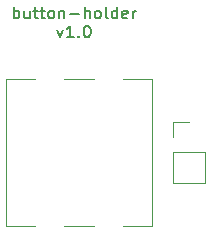
<source format=gto>
%TF.GenerationSoftware,KiCad,Pcbnew,6.0.4-6f826c9f35~116~ubuntu20.04.1*%
%TF.CreationDate,2022-04-30T09:47:03-06:00*%
%TF.ProjectId,button-holder,62757474-6f6e-42d6-986f-6c6465722e6b,rev?*%
%TF.SameCoordinates,Original*%
%TF.FileFunction,Legend,Top*%
%TF.FilePolarity,Positive*%
%FSLAX46Y46*%
G04 Gerber Fmt 4.6, Leading zero omitted, Abs format (unit mm)*
G04 Created by KiCad (PCBNEW 6.0.4-6f826c9f35~116~ubuntu20.04.1) date 2022-04-30 09:47:03*
%MOMM*%
%LPD*%
G01*
G04 APERTURE LIST*
%ADD10C,0.150000*%
%ADD11C,0.120000*%
%ADD12C,2.100000*%
%ADD13C,2.600000*%
%ADD14R,1.700000X1.700000*%
%ADD15O,1.700000X1.700000*%
%ADD16C,3.200000*%
G04 APERTURE END LIST*
D10*
X88880952Y-43647380D02*
X88880952Y-42647380D01*
X88880952Y-43028333D02*
X88976190Y-42980714D01*
X89166666Y-42980714D01*
X89261904Y-43028333D01*
X89309523Y-43075952D01*
X89357142Y-43171190D01*
X89357142Y-43456904D01*
X89309523Y-43552142D01*
X89261904Y-43599761D01*
X89166666Y-43647380D01*
X88976190Y-43647380D01*
X88880952Y-43599761D01*
X90214285Y-42980714D02*
X90214285Y-43647380D01*
X89785714Y-42980714D02*
X89785714Y-43504523D01*
X89833333Y-43599761D01*
X89928571Y-43647380D01*
X90071428Y-43647380D01*
X90166666Y-43599761D01*
X90214285Y-43552142D01*
X90547619Y-42980714D02*
X90928571Y-42980714D01*
X90690476Y-42647380D02*
X90690476Y-43504523D01*
X90738095Y-43599761D01*
X90833333Y-43647380D01*
X90928571Y-43647380D01*
X91119047Y-42980714D02*
X91500000Y-42980714D01*
X91261904Y-42647380D02*
X91261904Y-43504523D01*
X91309523Y-43599761D01*
X91404761Y-43647380D01*
X91500000Y-43647380D01*
X91976190Y-43647380D02*
X91880952Y-43599761D01*
X91833333Y-43552142D01*
X91785714Y-43456904D01*
X91785714Y-43171190D01*
X91833333Y-43075952D01*
X91880952Y-43028333D01*
X91976190Y-42980714D01*
X92119047Y-42980714D01*
X92214285Y-43028333D01*
X92261904Y-43075952D01*
X92309523Y-43171190D01*
X92309523Y-43456904D01*
X92261904Y-43552142D01*
X92214285Y-43599761D01*
X92119047Y-43647380D01*
X91976190Y-43647380D01*
X92738095Y-42980714D02*
X92738095Y-43647380D01*
X92738095Y-43075952D02*
X92785714Y-43028333D01*
X92880952Y-42980714D01*
X93023809Y-42980714D01*
X93119047Y-43028333D01*
X93166666Y-43123571D01*
X93166666Y-43647380D01*
X93642857Y-43266428D02*
X94404761Y-43266428D01*
X94880952Y-43647380D02*
X94880952Y-42647380D01*
X95309523Y-43647380D02*
X95309523Y-43123571D01*
X95261904Y-43028333D01*
X95166666Y-42980714D01*
X95023809Y-42980714D01*
X94928571Y-43028333D01*
X94880952Y-43075952D01*
X95928571Y-43647380D02*
X95833333Y-43599761D01*
X95785714Y-43552142D01*
X95738095Y-43456904D01*
X95738095Y-43171190D01*
X95785714Y-43075952D01*
X95833333Y-43028333D01*
X95928571Y-42980714D01*
X96071428Y-42980714D01*
X96166666Y-43028333D01*
X96214285Y-43075952D01*
X96261904Y-43171190D01*
X96261904Y-43456904D01*
X96214285Y-43552142D01*
X96166666Y-43599761D01*
X96071428Y-43647380D01*
X95928571Y-43647380D01*
X96833333Y-43647380D02*
X96738095Y-43599761D01*
X96690476Y-43504523D01*
X96690476Y-42647380D01*
X97642857Y-43647380D02*
X97642857Y-42647380D01*
X97642857Y-43599761D02*
X97547619Y-43647380D01*
X97357142Y-43647380D01*
X97261904Y-43599761D01*
X97214285Y-43552142D01*
X97166666Y-43456904D01*
X97166666Y-43171190D01*
X97214285Y-43075952D01*
X97261904Y-43028333D01*
X97357142Y-42980714D01*
X97547619Y-42980714D01*
X97642857Y-43028333D01*
X98500000Y-43599761D02*
X98404761Y-43647380D01*
X98214285Y-43647380D01*
X98119047Y-43599761D01*
X98071428Y-43504523D01*
X98071428Y-43123571D01*
X98119047Y-43028333D01*
X98214285Y-42980714D01*
X98404761Y-42980714D01*
X98500000Y-43028333D01*
X98547619Y-43123571D01*
X98547619Y-43218809D01*
X98071428Y-43314047D01*
X98976190Y-43647380D02*
X98976190Y-42980714D01*
X98976190Y-43171190D02*
X99023809Y-43075952D01*
X99071428Y-43028333D01*
X99166666Y-42980714D01*
X99261904Y-42980714D01*
X92571428Y-44590714D02*
X92809523Y-45257380D01*
X93047619Y-44590714D01*
X93952380Y-45257380D02*
X93380952Y-45257380D01*
X93666666Y-45257380D02*
X93666666Y-44257380D01*
X93571428Y-44400238D01*
X93476190Y-44495476D01*
X93380952Y-44543095D01*
X94380952Y-45162142D02*
X94428571Y-45209761D01*
X94380952Y-45257380D01*
X94333333Y-45209761D01*
X94380952Y-45162142D01*
X94380952Y-45257380D01*
X95047619Y-44257380D02*
X95142857Y-44257380D01*
X95238095Y-44305000D01*
X95285714Y-44352619D01*
X95333333Y-44447857D01*
X95380952Y-44638333D01*
X95380952Y-44876428D01*
X95333333Y-45066904D01*
X95285714Y-45162142D01*
X95238095Y-45209761D01*
X95142857Y-45257380D01*
X95047619Y-45257380D01*
X94952380Y-45209761D01*
X94904761Y-45162142D01*
X94857142Y-45066904D01*
X94809523Y-44876428D01*
X94809523Y-44638333D01*
X94857142Y-44447857D01*
X94904761Y-44352619D01*
X94952380Y-44305000D01*
X95047619Y-44257380D01*
D11*
%TO.C,SW1*%
X100600000Y-61200000D02*
X98100000Y-61200000D01*
X95700000Y-61200000D02*
X93100000Y-61200000D01*
X90700000Y-61200000D02*
X88200000Y-61200000D01*
X88200000Y-48800000D02*
X90700000Y-48800000D01*
X100600000Y-48800000D02*
X100600000Y-61200000D01*
X93100000Y-48800000D02*
X95700000Y-48800000D01*
X98100000Y-48800000D02*
X100600000Y-48800000D01*
X88200000Y-61200000D02*
X88200000Y-48800000D01*
%TO.C,J1*%
X102370000Y-53725000D02*
X102370000Y-52395000D01*
X105030000Y-54995000D02*
X105030000Y-57595000D01*
X102370000Y-52395000D02*
X103700000Y-52395000D01*
X102370000Y-54995000D02*
X102370000Y-57595000D01*
X102370000Y-54995000D02*
X105030000Y-54995000D01*
X102370000Y-57595000D02*
X105030000Y-57595000D01*
%TD*%
%LPC*%
D12*
%TO.C,SW1*%
X91900000Y-48750000D03*
X96900000Y-48750000D03*
X96900000Y-61250000D03*
X91900000Y-61250000D03*
D13*
X98900000Y-55000000D03*
X89900000Y-55000000D03*
%TD*%
D14*
%TO.C,J1*%
X103700000Y-53725000D03*
D15*
X103700000Y-56265000D03*
%TD*%
D16*
%TO.C,H1*%
X104000000Y-45000000D03*
%TD*%
%TO.C,H2*%
X85000000Y-45000000D03*
%TD*%
%TO.C,H4*%
X104000000Y-65000000D03*
%TD*%
%TO.C,H3*%
X85000000Y-65000000D03*
%TD*%
M02*

</source>
